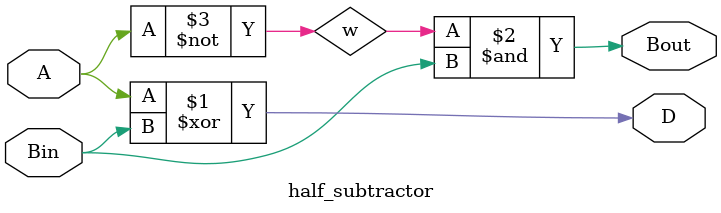
<source format=v>
`timescale 1ns / 1ps

// 
//////////////////////////////////////////////////////////////////////////////////

module half_subtractor(A,Bin,D,Bout);
input A, Bin;
 output D, Bout;
  wire w;

  xor X1(D, A, Bin);
  not N1(w, A);
  and A1(Bout, w, Bin); 

endmodule
</source>
